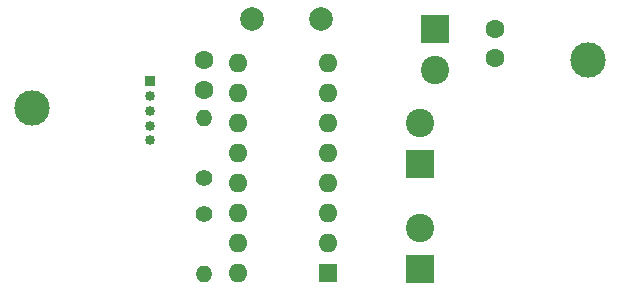
<source format=gbs>
G04 #@! TF.FileFunction,Soldermask,Bot*
%FSLAX46Y46*%
G04 Gerber Fmt 4.6, Leading zero omitted, Abs format (unit mm)*
G04 Created by KiCad (PCBNEW 4.0.6) date 06/26/19 15:48:09*
%MOMM*%
%LPD*%
G01*
G04 APERTURE LIST*
%ADD10C,0.100000*%
%ADD11C,3.000000*%
%ADD12C,1.400000*%
%ADD13O,1.400000X1.400000*%
%ADD14C,1.600000*%
%ADD15R,1.600000X1.600000*%
%ADD16O,1.600000X1.600000*%
%ADD17R,2.400000X2.400000*%
%ADD18C,2.400000*%
%ADD19R,0.850000X0.850000*%
%ADD20C,0.850000*%
%ADD21C,2.000000*%
G04 APERTURE END LIST*
D10*
D11*
X222998000Y-55365000D03*
X175998000Y-59365000D03*
D12*
X190498000Y-68365000D03*
D13*
X190498000Y-73445000D03*
D12*
X190498000Y-65365000D03*
D13*
X190498000Y-60285000D03*
D14*
X215138000Y-52705000D03*
X215138000Y-55205000D03*
X190498000Y-55365000D03*
X190498000Y-57865000D03*
D15*
X200998000Y-73365000D03*
D16*
X193378000Y-55585000D03*
X200998000Y-70825000D03*
X193378000Y-58125000D03*
X200998000Y-68285000D03*
X193378000Y-60665000D03*
X200998000Y-65745000D03*
X193378000Y-63205000D03*
X200998000Y-63205000D03*
X193378000Y-65745000D03*
X200998000Y-60665000D03*
X193378000Y-68285000D03*
X200998000Y-58125000D03*
X193378000Y-70825000D03*
X200998000Y-55585000D03*
X193378000Y-73365000D03*
D17*
X210058000Y-52705000D03*
D18*
X210058000Y-56205000D03*
D19*
X185928000Y-57150000D03*
D20*
X185928000Y-58400000D03*
X185928000Y-59650000D03*
X185928000Y-60900000D03*
X185928000Y-62150000D03*
D21*
X194598000Y-51865000D03*
X200398000Y-51865000D03*
D17*
X208788000Y-64135000D03*
D18*
X208788000Y-60635000D03*
D17*
X208788000Y-73025000D03*
D18*
X208788000Y-69525000D03*
M02*

</source>
